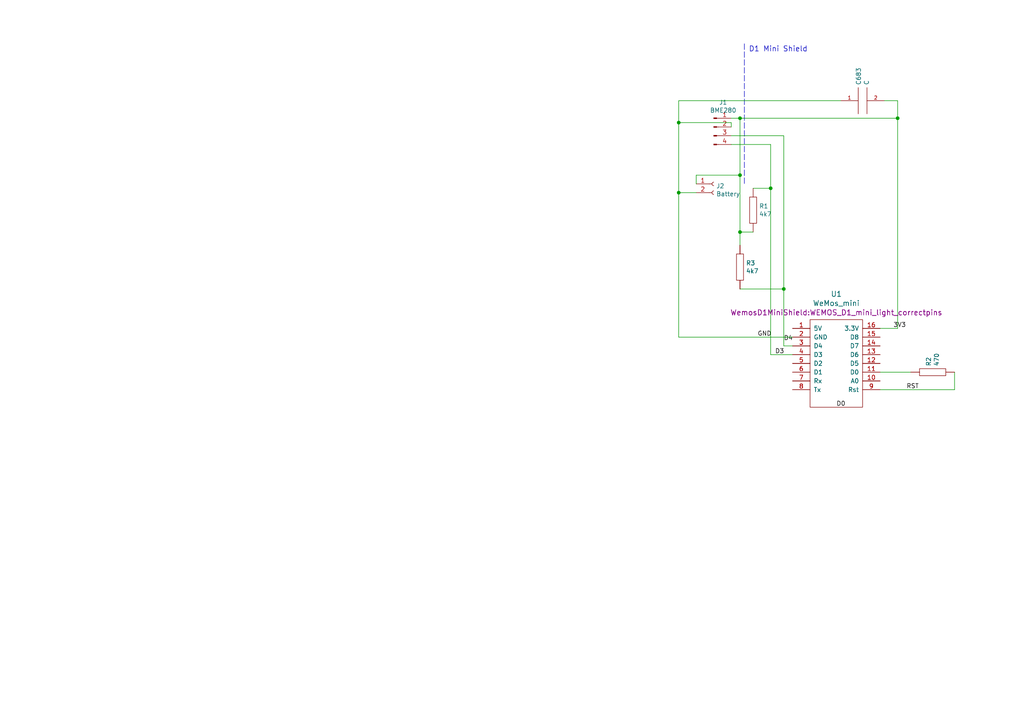
<source format=kicad_sch>
(kicad_sch (version 20211123) (generator eeschema)
  (paper "A4")
  (lib_symbols
    (symbol "Connector:Conn_01x02_Female" (pin_names (offset 1.016) hide)
      (property "Reference" "J" (at 0 2.54 0))
      (property "Value" "Conn_01x02_Female" (at 0 -5.08 0))
      (symbol "Conn_01x02_Female_1_1"
        (arc (start 0 -2.032) (mid -0.508 -2.54) (end 0 -3.048) (stroke (width 0.1524)))
        (polyline (pts (xy -1.27 -2.54) (xy -0.508 -2.54)) (stroke (width 0.1524)))
        (polyline (pts (xy -1.27 0) (xy -0.508 0)) (stroke (width 0.1524)))
        (arc (start 0 0.508) (mid -0.508 0) (end 0 -0.508) (stroke (width 0.1524)))
        (pin passive line (at -5.08 0 0) (length 3.81) (name "Pin_1") (number "1"))
        (pin passive line (at -5.08 -2.54 0) (length 3.81) (name "Pin_2") (number "2"))
      )
    )
    (symbol "Connector:Conn_01x04_Male" (pin_names (offset 1.016) hide)
      (property "Reference" "J" (at 0 5.08 0))
      (property "Value" "Conn_01x04_Male" (at 0 -7.62 0))
      (symbol "Conn_01x04_Male_1_1"
        (polyline (pts (xy 1.27 -5.08) (xy 0.8636 -5.08)) (stroke (width 0.1524)))
        (polyline (pts (xy 1.27 -2.54) (xy 0.8636 -2.54)) (stroke (width 0.1524)))
        (polyline (pts (xy 1.27 0) (xy 0.8636 0)) (stroke (width 0.1524)))
        (polyline (pts (xy 1.27 2.54) (xy 0.8636 2.54)) (stroke (width 0.1524)))
        (rectangle (start 0.8636 -4.953) (end 0 -5.207) (stroke (width 0.1524)) (fill (type outline)))
        (rectangle (start 0.8636 -2.413) (end 0 -2.667) (stroke (width 0.1524)) (fill (type outline)))
        (rectangle (start 0.8636 0.127) (end 0 -0.127) (stroke (width 0.1524)) (fill (type outline)))
        (rectangle (start 0.8636 2.667) (end 0 2.413) (stroke (width 0.1524)) (fill (type outline)))
        (pin passive line (at 5.08 2.54 180) (length 3.81) (name "Pin_1") (number "1"))
        (pin passive line (at 5.08 0 180) (length 3.81) (name "Pin_2") (number "2"))
        (pin passive line (at 5.08 -2.54 180) (length 3.81) (name "Pin_3") (number "3"))
        (pin passive line (at 5.08 -5.08 180) (length 3.81) (name "Pin_4") (number "4"))
      )
    )
    (symbol "D1_mini_shield_client-rescue:WeMos_mini-wemos_mini" (pin_names (offset 1.016))
      (property "Reference" "U" (at 0 12.7 0))
      (property "Value" "WeMos_mini-wemos_mini" (at 0 -12.7 0))
      (symbol "WeMos_mini-wemos_mini_0_1"
        (rectangle (start -7.62 11.43) (end 7.62 -13.97))
      )
      (symbol "WeMos_mini-wemos_mini_1_1"
        (pin power_in line (at -12.7 8.89 0) (length 5.08) (name "5V") (number "1"))
        (pin bidirectional line (at 12.7 -6.35 180) (length 5.08) (name "A0") (number "10"))
        (pin bidirectional line (at 12.7 -3.81 180) (length 5.08) (name "D0") (number "11"))
        (pin bidirectional line (at 12.7 -1.27 180) (length 5.08) (name "D5") (number "12"))
        (pin bidirectional line (at 12.7 1.27 180) (length 5.08) (name "D6") (number "13"))
        (pin bidirectional line (at 12.7 3.81 180) (length 5.08) (name "D7") (number "14"))
        (pin bidirectional line (at 12.7 6.35 180) (length 5.08) (name "D8") (number "15"))
        (pin power_out line (at 12.7 8.89 180) (length 5.08) (name "3.3V") (number "16"))
        (pin power_in line (at -12.7 6.35 0) (length 5.08) (name "GND") (number "2"))
        (pin bidirectional line (at -12.7 3.81 0) (length 5.08) (name "D4") (number "3"))
        (pin bidirectional line (at -12.7 1.27 0) (length 5.08) (name "D3") (number "4"))
        (pin bidirectional line (at -12.7 -1.27 0) (length 5.08) (name "D2") (number "5"))
        (pin bidirectional line (at -12.7 -3.81 0) (length 5.08) (name "D1") (number "6"))
        (pin bidirectional line (at -12.7 -6.35 0) (length 5.08) (name "Rx") (number "7"))
        (pin bidirectional line (at -12.7 -8.89 0) (length 5.08) (name "Tx") (number "8"))
        (pin bidirectional line (at 12.7 -8.89 180) (length 5.08) (name "Rst") (number "9"))
      )
    )
    (symbol "pspice:C" (pin_names (offset 0.254))
      (property "Reference" "C" (at 2.54 3.81 90))
      (property "Value" "C" (at 2.54 -3.81 90))
      (symbol "C_0_1"
        (polyline (pts (xy -3.81 -1.27) (xy 3.81 -1.27)))
        (polyline (pts (xy -3.81 1.27) (xy 3.81 1.27)))
      )
      (symbol "C_1_1"
        (pin passive line (at 0 6.35 270) (length 5.08) (name "~") (number "1"))
        (pin passive line (at 0 -6.35 90) (length 5.08) (name "~") (number "2"))
      )
    )
    (symbol "pspice:R" (pin_numbers hide) (pin_names (offset 0))
      (property "Reference" "R" (at 2.032 0 90))
      (property "Value" "R" (at 0 0 90))
      (symbol "R_0_1"
        (rectangle (start -1.016 3.81) (end 1.016 -3.81))
      )
      (symbol "R_1_1"
        (pin passive line (at 0 6.35 270) (length 2.54) (name "~") (number "1"))
        (pin passive line (at 0 -6.35 90) (length 2.54) (name "~") (number "2"))
      )
    )
  )
  (junction (at 196.85 55.88))
  (junction (at 214.63 34.29))
  (junction (at 214.63 50.8))
  (junction (at 214.63 67.31))
  (junction (at 260.35 34.29))
  (junction (at 223.52 54.61))
  (junction (at 196.85 35.56))
  (junction (at 227.33 83.82))
  (wire (pts (xy 256.54 29.21) (xy 260.35 29.21)))
  (wire (pts (xy 212.09 41.91) (xy 223.52 41.91)))
  (wire (pts (xy 227.33 100.33) (xy 229.87 100.33)))
  (wire (pts (xy 214.63 34.29) (xy 212.09 34.29)))
  (wire (pts (xy 214.63 34.29) (xy 214.63 50.8)))
  (wire (pts (xy 218.44 54.61) (xy 223.52 54.61)))
  (wire (pts (xy 214.63 67.31) (xy 218.44 67.31)))
  (wire (pts (xy 276.86 107.95) (xy 276.86 113.03)))
  (wire (pts (xy 212.09 39.37) (xy 227.33 39.37)))
  (wire (pts (xy 214.63 34.29) (xy 260.35 34.29)))
  (wire (pts (xy 201.93 55.88) (xy 196.85 55.88)))
  (wire (pts (xy 196.85 55.88) (xy 196.85 35.56)))
  (wire (pts (xy 201.93 50.8) (xy 201.93 53.34)))
  (wire (pts (xy 223.52 54.61) (xy 223.52 102.87)))
  (wire (pts (xy 212.09 35.56) (xy 196.85 35.56)))
  (wire (pts (xy 223.52 41.91) (xy 223.52 54.61)))
  (wire (pts (xy 260.35 95.25) (xy 255.27 95.25)))
  (wire (pts (xy 229.87 97.79) (xy 196.85 97.79)))
  (wire (pts (xy 227.33 83.82) (xy 227.33 39.37)))
  (polyline (pts (xy 215.9 12.7) (xy 215.9 53.34)))
  (wire (pts (xy 212.09 36.83) (xy 212.09 35.56)))
  (wire (pts (xy 260.35 34.29) (xy 260.35 29.21)))
  (wire (pts (xy 214.63 67.31) (xy 214.63 71.12)))
  (wire (pts (xy 214.63 50.8) (xy 201.93 50.8)))
  (wire (pts (xy 223.52 102.87) (xy 229.87 102.87)))
  (wire (pts (xy 227.33 83.82) (xy 227.33 100.33)))
  (wire (pts (xy 260.35 34.29) (xy 260.35 95.25)))
  (wire (pts (xy 214.63 50.8) (xy 214.63 67.31)))
  (wire (pts (xy 214.63 83.82) (xy 227.33 83.82)))
  (wire (pts (xy 255.27 113.03) (xy 276.86 113.03)))
  (wire (pts (xy 196.85 55.88) (xy 196.85 97.79)))
  (wire (pts (xy 255.27 107.95) (xy 264.16 107.95)))
  (wire (pts (xy 196.85 29.21) (xy 243.84 29.21)))
  (wire (pts (xy 196.85 35.56) (xy 196.85 29.21)))
  (text "D1 Mini Shield" (at 217.17 15.24 0) (effects (font (size 1.524 1.524)) (justify left bottom)))
  (label "GND" (at 219.71 97.79 0))
  (label "D3" (at 224.79 102.87 0))
  (label "D0" (at 242.57 118.11 0))
  (label "RST" (at 262.89 113.03 0))
  (label "3V3" (at 259.08 95.25 0))
  (label "D4" (at 227.33 99.06 0))
  (symbol (lib_id "pspice:C") (at 250.19 29.21 90) (unit 1)
    (property "Reference" "C683" (at 249.0216 24.6888 0) (effects (justify left)))
    (property "Value" "C" (at 251.333 24.6888 0) (effects (justify left)))
    (property "Footprint" "Resistor_THT:R_Axial_DIN0204_L3.6mm_D1.6mm_P5.08mm_Horizontal" (effects hide))
  )
  (symbol (lib_id "pspice:R") (at 218.44 60.96 0) (unit 1)
    (property "Reference" "R1" (at 220.1672 59.7916 0) (effects (justify left)))
    (property "Value" "4k7" (at 220.1672 62.103 0) (effects (justify left)))
    (property "Footprint" "Resistor_THT:R_Axial_DIN0207_L6.3mm_D2.5mm_P10.16mm_Horizontal" (effects hide))
  )
  (symbol (lib_id "pspice:R") (at 214.63 77.47 0) (unit 1)
    (property "Reference" "R3" (at 216.3572 76.3016 0) (effects (justify left)))
    (property "Value" "4k7" (at 216.3572 78.613 0) (effects (justify left)))
    (property "Footprint" "Resistor_THT:R_Axial_DIN0207_L6.3mm_D2.5mm_P10.16mm_Horizontal" (effects hide))
  )
  (symbol (lib_id "pspice:R") (at 270.51 107.95 90) (unit 1)
    (property "Reference" "R2" (at 269.3416 106.2228 0) (effects (justify left)))
    (property "Value" "470" (at 271.653 106.2228 0) (effects (justify left)))
    (property "Footprint" "Resistor_THT:R_Axial_DIN0207_L6.3mm_D2.5mm_P10.16mm_Horizontal" (effects hide))
  )
  (symbol (lib_id "Connector:Conn_01x04_Male") (at 207.01 36.83 0) (unit 1)
    (property "Reference" "J1" (at 209.7532 29.6926 0))
    (property "Value" "BME280" (at 209.7532 32.004 0))
    (property "Footprint" "Connector_PinSocket_2.54mm:PinSocket_1x04_P2.54mm_Vertical" (effects hide))
  )
  (symbol (lib_id "Connector:Conn_01x02_Female") (at 207.01 53.34 0) (unit 1)
    (property "Reference" "J2" (at 207.7212 53.9496 0) (effects (justify left)))
    (property "Value" "Battery" (at 207.7212 56.261 0) (effects (justify left)))
    (property "Footprint" "Connector_PinSocket_2.54mm:PinSocket_1x02_P2.54mm_Vertical" (effects hide))
  )
  (symbol (lib_id "D1_mini_shield_client-rescue:WeMos_mini-wemos_mini") (at 242.57 104.14 0) (unit 1)
    (property "Reference" "U1" (at 242.57 85.2678 0) (effects (font (size 1.524 1.524))))
    (property "Value" "WeMos_mini" (at 242.57 87.9602 0) (effects (font (size 1.524 1.524))))
    (property "Footprint" "WemosD1MiniShield:WEMOS_D1_mini_light_correctpins" (at 242.57 90.6526 0) (effects (font (size 1.524 1.524))))
    (property "Datasheet" "http://www.wemos.cc/Products/d1_mini.html" (effects hide))
  )
)
</source>
